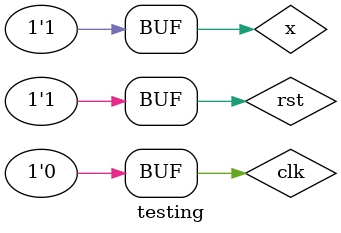
<source format=v>

`timescale 	1ns/1ps
module testing; 
  reg clk, rst, x ; 
  wire Output ; 
  thirdfsm DUT(.clk(clk), .rst(rst), .x(x), .Output(Output));
  initial 
    begin 
      $dumpfile("dump.vcd");
      $dumpvars();
      
      clk = 0; 
      rst = 0; 
      x = 1; 
      
      
      #0.1 clk =1 ; 
      		x = 0; 
      
      #0.1 clk = 0; 
      #0.1 clk =1 ; 
      #0.1 clk = 0; 
      #0.1 clk =1 ;
      #0.25 clk = 0;
      		x = 0; 
      
      #0.3 rst = 1; //
      
      #0.3clk =1 ; 
      		x = 1; 
      
      #0.3 clk = 0; 
      #0.3 clk =1 ; 
      #0.3 clk = 0; 
      #0.3 clk =1 ;
      #0.4 clk = 0;
      		x = 1; 
      
    end 
endmodule 
</source>
